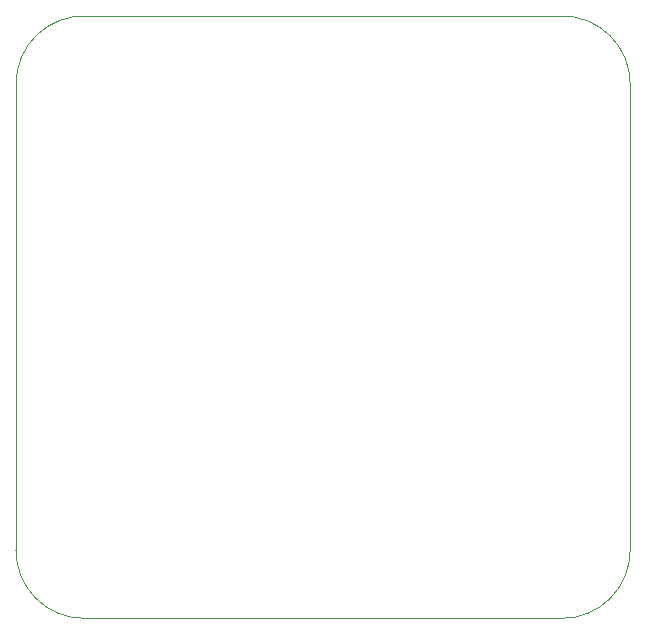
<source format=gbr>
%TF.GenerationSoftware,KiCad,Pcbnew,7.0.2*%
%TF.CreationDate,2023-05-29T20:24:48+05:30*%
%TF.ProjectId,STM_32_Board,53544d5f-3332-45f4-926f-6172642e6b69,rev?*%
%TF.SameCoordinates,Original*%
%TF.FileFunction,Profile,NP*%
%FSLAX46Y46*%
G04 Gerber Fmt 4.6, Leading zero omitted, Abs format (unit mm)*
G04 Created by KiCad (PCBNEW 7.0.2) date 2023-05-29 20:24:48*
%MOMM*%
%LPD*%
G01*
G04 APERTURE LIST*
%TA.AperFunction,Profile*%
%ADD10C,0.100000*%
%TD*%
G04 APERTURE END LIST*
D10*
X235736800Y-61170000D02*
X235736800Y-99545000D01*
X229986800Y-105295000D02*
X189486800Y-105295000D01*
X189736564Y-54300427D02*
G75*
G03*
X183736800Y-60045000I-249764J-5744573D01*
G01*
X229986800Y-105295000D02*
G75*
G03*
X235736800Y-99545000I0J5750000D01*
G01*
X189736800Y-54295000D02*
X229861800Y-54295000D01*
X183736800Y-60045000D02*
X183736800Y-99545000D01*
X235736800Y-61170000D02*
X235736800Y-60045000D01*
X183736800Y-99545000D02*
G75*
G03*
X189486800Y-105295000I5750000J0D01*
G01*
X235736800Y-60045000D02*
G75*
G03*
X229861830Y-54296358I-5750000J0D01*
G01*
M02*

</source>
